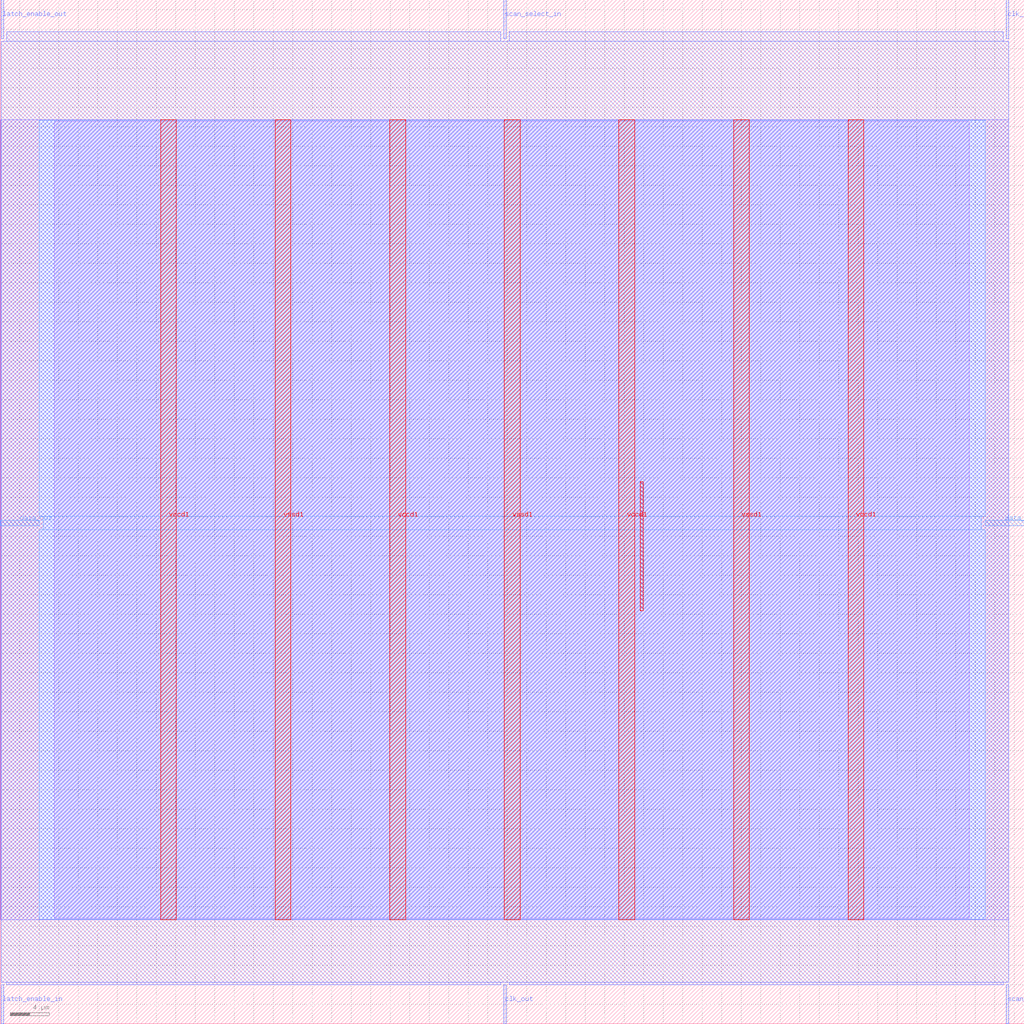
<source format=lef>
VERSION 5.7 ;
  NOWIREEXTENSIONATPIN ON ;
  DIVIDERCHAR "/" ;
  BUSBITCHARS "[]" ;
MACRO scan_wrapper_341423712597181012
  CLASS BLOCK ;
  FOREIGN scan_wrapper_341423712597181012 ;
  ORIGIN 0.000 0.000 ;
  SIZE 105.000 BY 105.000 ;
  PIN clk_in
    DIRECTION INPUT ;
    USE SIGNAL ;
    PORT
      LAYER met2 ;
        RECT 103.130 101.000 103.410 105.000 ;
    END
  END clk_in
  PIN clk_out
    DIRECTION OUTPUT TRISTATE ;
    USE SIGNAL ;
    PORT
      LAYER met2 ;
        RECT 51.610 0.000 51.890 4.000 ;
    END
  END clk_out
  PIN data_in
    DIRECTION INPUT ;
    USE SIGNAL ;
    PORT
      LAYER met3 ;
        RECT 101.000 51.040 105.000 51.640 ;
    END
  END data_in
  PIN data_out
    DIRECTION OUTPUT TRISTATE ;
    USE SIGNAL ;
    PORT
      LAYER met3 ;
        RECT 0.000 51.040 4.000 51.640 ;
    END
  END data_out
  PIN latch_enable_in
    DIRECTION INPUT ;
    USE SIGNAL ;
    PORT
      LAYER met2 ;
        RECT 0.090 0.000 0.370 4.000 ;
    END
  END latch_enable_in
  PIN latch_enable_out
    DIRECTION OUTPUT TRISTATE ;
    USE SIGNAL ;
    PORT
      LAYER met2 ;
        RECT 0.090 101.000 0.370 105.000 ;
    END
  END latch_enable_out
  PIN scan_select_in
    DIRECTION INPUT ;
    USE SIGNAL ;
    PORT
      LAYER met2 ;
        RECT 51.610 101.000 51.890 105.000 ;
    END
  END scan_select_in
  PIN scan_select_out
    DIRECTION OUTPUT TRISTATE ;
    USE SIGNAL ;
    PORT
      LAYER met2 ;
        RECT 103.130 0.000 103.410 4.000 ;
    END
  END scan_select_out
  PIN vccd1
    DIRECTION INOUT ;
    USE POWER ;
    PORT
      LAYER met4 ;
        RECT 16.465 10.640 18.065 92.720 ;
    END
    PORT
      LAYER met4 ;
        RECT 39.955 10.640 41.555 92.720 ;
    END
    PORT
      LAYER met4 ;
        RECT 63.445 10.640 65.045 92.720 ;
    END
    PORT
      LAYER met4 ;
        RECT 86.935 10.640 88.535 92.720 ;
    END
  END vccd1
  PIN vssd1
    DIRECTION INOUT ;
    USE GROUND ;
    PORT
      LAYER met4 ;
        RECT 28.210 10.640 29.810 92.720 ;
    END
    PORT
      LAYER met4 ;
        RECT 51.700 10.640 53.300 92.720 ;
    END
    PORT
      LAYER met4 ;
        RECT 75.190 10.640 76.790 92.720 ;
    END
  END vssd1
  OBS
      LAYER li1 ;
        RECT 5.520 10.795 99.360 92.565 ;
      LAYER met1 ;
        RECT 0.070 10.640 103.430 92.720 ;
      LAYER met2 ;
        RECT 0.650 100.720 51.330 101.730 ;
        RECT 52.170 100.720 102.850 101.730 ;
        RECT 0.100 4.280 103.400 100.720 ;
        RECT 0.650 4.000 51.330 4.280 ;
        RECT 52.170 4.000 102.850 4.280 ;
      LAYER met3 ;
        RECT 4.000 52.040 101.000 92.645 ;
        RECT 4.400 50.640 100.600 52.040 ;
        RECT 4.000 10.715 101.000 50.640 ;
      LAYER met4 ;
        RECT 65.615 42.335 65.945 55.585 ;
  END
END scan_wrapper_341423712597181012
END LIBRARY


</source>
